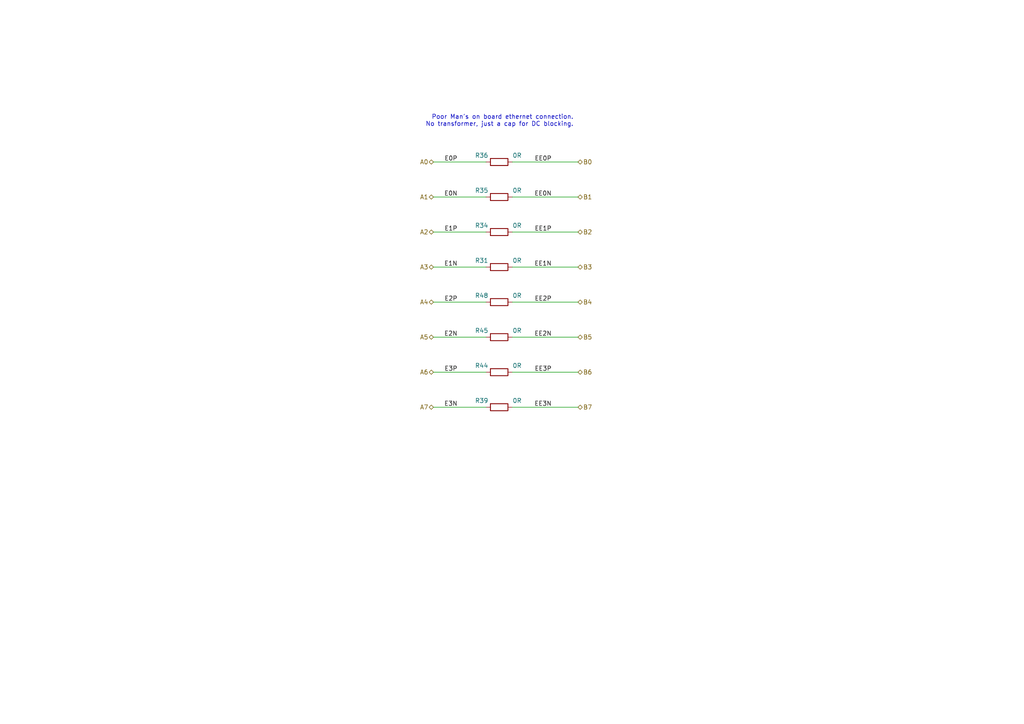
<source format=kicad_sch>
(kicad_sch (version 20230121) (generator eeschema)
  (paper "A4")
  (title_block (title "Penta-Pi") (date "2022-09-05") (rev "2.0") (comment 1 "fjc"))
  (lib_symbols
    (symbol "Device:R" (pin_numbers hide) (pin_names (offset 0))
      (property "Reference" "R" (at 2.032 0 90))
      (property "Value" "R" (at 0 0 90))
      (symbol "R_0_1"
        (rectangle (start -1.016 -2.54) (end 1.016 2.54) (stroke (width 0.254)))
      )
      (symbol "R_1_1"
        (pin passive line (at 0 3.81 270) (length 1.27) (name "~") (number "1"))
        (pin passive line (at 0 -3.81 90) (length 1.27) (name "~") (number "2"))
      )
    )
  )
  (wire (pts (xy 125.73 67.31) (xy 140.97 67.31)))
  (wire (pts (xy 148.59 77.47) (xy 167.64 77.47)))
  (wire (pts (xy 125.73 46.99) (xy 140.97 46.99)))
  (wire (pts (xy 125.73 107.95) (xy 140.97 107.95)))
  (wire (pts (xy 125.73 77.47) (xy 140.97 77.47)))
  (wire (pts (xy 148.59 57.15) (xy 167.64 57.15)))
  (wire (pts (xy 148.59 97.79) (xy 167.64 97.79)))
  (wire (pts (xy 125.73 57.15) (xy 140.97 57.15)))
  (wire (pts (xy 148.59 67.31) (xy 167.64 67.31)))
  (wire (pts (xy 148.59 107.95) (xy 167.64 107.95)))
  (wire (pts (xy 148.59 46.99) (xy 167.64 46.99)))
  (wire (pts (xy 125.73 97.79) (xy 140.97 97.79)))
  (wire (pts (xy 148.59 118.11) (xy 167.64 118.11)))
  (wire (pts (xy 125.73 118.11) (xy 140.97 118.11)))
  (wire (pts (xy 125.73 87.63) (xy 140.97 87.63)))
  (wire (pts (xy 148.59 87.63) (xy 167.64 87.63)))
  (text "Poor Man's on board ethernet connection.\nNo transformer, just a cap for DC blocking." (at 166.37 36.83 0) (effects (font (size 1.27 1.27)) (justify right bottom)))
  (label "E3P" (at 132.715 107.95 180))
  (label "EE3P" (at 160.02 107.95 180))
  (label "EE1N" (at 160.02 77.47 180))
  (label "EE1P" (at 160.02 67.31 180))
  (label "EE2N" (at 160.02 97.79 180))
  (label "E0N" (at 132.715 57.15 180))
  (label "E0P" (at 132.715 46.99 180))
  (label "E3N" (at 132.715 118.11 180))
  (label "EE3N" (at 160.02 118.11 180))
  (label "EE0N" (at 160.02 57.15 180))
  (label "E1N" (at 132.715 77.47 180))
  (label "E2N" (at 132.715 97.79 180))
  (label "E2P" (at 132.715 87.63 180))
  (label "E1P" (at 132.715 67.31 180))
  (label "EE0P" (at 160.02 46.99 180))
  (label "EE2P" (at 160.02 87.63 180))
  (hierarchical_label "A0" (shape bidirectional) (at 125.73 46.99 180))
  (hierarchical_label "B3" (shape bidirectional) (at 167.64 77.47 0))
  (hierarchical_label "A4" (shape bidirectional) (at 125.73 87.63 180))
  (hierarchical_label "B1" (shape bidirectional) (at 167.64 57.15 0))
  (hierarchical_label "B2" (shape bidirectional) (at 167.64 67.31 0))
  (hierarchical_label "A6" (shape bidirectional) (at 125.73 107.95 180))
  (hierarchical_label "A3" (shape bidirectional) (at 125.73 77.47 180))
  (hierarchical_label "A1" (shape bidirectional) (at 125.73 57.15 180))
  (hierarchical_label "B0" (shape bidirectional) (at 167.64 46.99 0))
  (hierarchical_label "A2" (shape bidirectional) (at 125.73 67.31 180))
  (hierarchical_label "A5" (shape bidirectional) (at 125.73 97.79 180))
  (hierarchical_label "B5" (shape bidirectional) (at 167.64 97.79 0))
  (hierarchical_label "B7" (shape bidirectional) (at 167.64 118.11 0))
  (hierarchical_label "B6" (shape bidirectional) (at 167.64 107.95 0))
  (hierarchical_label "B4" (shape bidirectional) (at 167.64 87.63 0))
  (hierarchical_label "A7" (shape bidirectional) (at 125.73 118.11 180))
  (symbol (lib_id "Device:R") (at 144.78 77.47 90) (unit 1)
    (property "Reference" "R31" (at 139.7 75.565 90))
    (property "Value" "0R" (at 149.987 75.565 90))
    (property "Footprint" "Resistor_SMD:R_0603_1608Metric" (effects hide))
    (property "LCSC Part Number" "C21189" (effects hide))
  )
  (symbol (lib_id "Device:R") (at 144.78 46.99 90) (unit 1)
    (property "Reference" "R36" (at 139.7 45.085 90))
    (property "Value" "0R" (at 149.987 45.085 90))
    (property "Footprint" "Resistor_SMD:R_0603_1608Metric" (effects hide))
    (property "LCSC Part Number" "C21189" (effects hide))
  )
  (symbol (lib_id "Device:R") (at 144.78 67.31 90) (unit 1)
    (property "Reference" "R34" (at 139.7 65.405 90))
    (property "Value" "0R" (at 149.987 65.405 90))
    (property "Footprint" "Resistor_SMD:R_0603_1608Metric" (effects hide))
    (property "LCSC Part Number" "C21189" (effects hide))
  )
  (symbol (lib_id "Device:R") (at 144.78 57.15 90) (unit 1)
    (property "Reference" "R35" (at 139.7 55.245 90))
    (property "Value" "0R" (at 149.987 55.245 90))
    (property "Footprint" "Resistor_SMD:R_0603_1608Metric" (effects hide))
    (property "LCSC Part Number" "C21189" (effects hide))
  )
  (symbol (lib_id "Device:R") (at 144.78 118.11 90) (unit 1)
    (property "Reference" "R39" (at 139.7 116.205 90))
    (property "Value" "0R" (at 149.987 116.205 90))
    (property "Footprint" "Resistor_SMD:R_0603_1608Metric" (effects hide))
    (property "LCSC Part Number" "C21189" (effects hide))
  )
  (symbol (lib_id "Device:R") (at 144.78 87.63 90) (unit 1)
    (property "Reference" "R48" (at 139.7 85.725 90))
    (property "Value" "0R" (at 149.987 85.725 90))
    (property "Footprint" "Resistor_SMD:R_0603_1608Metric" (effects hide))
    (property "LCSC Part Number" "C21189" (effects hide))
  )
  (symbol (lib_id "Device:R") (at 144.78 97.79 90) (unit 1)
    (property "Reference" "R45" (at 139.7 95.885 90))
    (property "Value" "0R" (at 149.987 95.885 90))
    (property "Footprint" "Resistor_SMD:R_0603_1608Metric" (effects hide))
    (property "LCSC Part Number" "C21189" (effects hide))
  )
  (symbol (lib_id "Device:R") (at 144.78 107.95 90) (unit 1)
    (property "Reference" "R44" (at 139.7 106.045 90))
    (property "Value" "0R" (at 149.987 106.045 90))
    (property "Footprint" "Resistor_SMD:R_0603_1608Metric" (effects hide))
    (property "LCSC Part Number" "C21189" (effects hide))
  )
)
</source>
